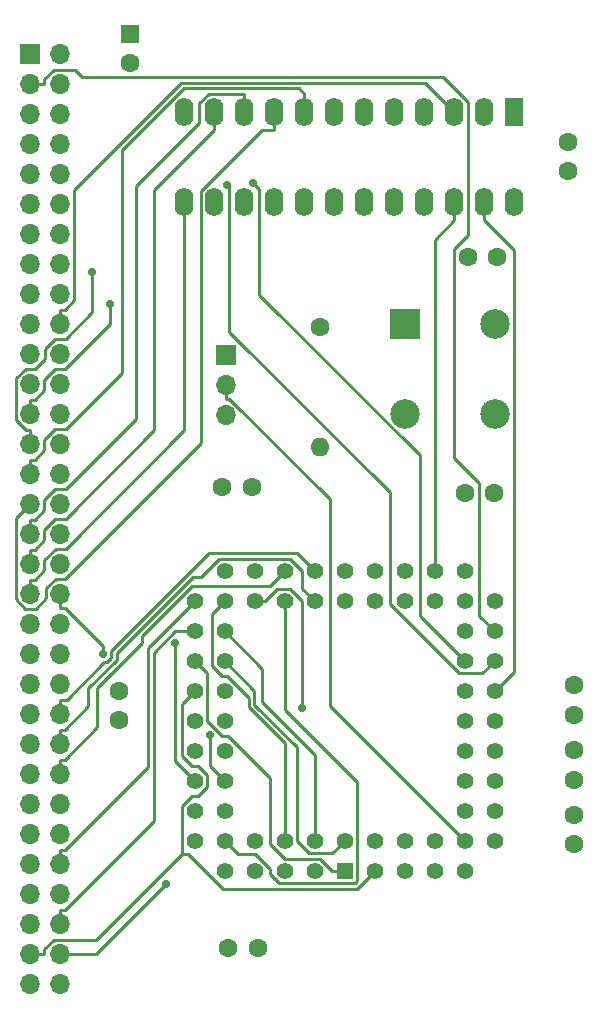
<source format=gtl>
G04 #@! TF.GenerationSoftware,KiCad,Pcbnew,8.0.0*
G04 #@! TF.CreationDate,2024-03-01T09:31:10-05:00*
G04 #@! TF.ProjectId,Rosco-CoPro,526f7363-6f2d-4436-9f50-726f2e6b6963,rev?*
G04 #@! TF.SameCoordinates,Original*
G04 #@! TF.FileFunction,Copper,L1,Top*
G04 #@! TF.FilePolarity,Positive*
%FSLAX46Y46*%
G04 Gerber Fmt 4.6, Leading zero omitted, Abs format (unit mm)*
G04 Created by KiCad (PCBNEW 8.0.0) date 2024-03-01 09:31:10*
%MOMM*%
%LPD*%
G01*
G04 APERTURE LIST*
G04 #@! TA.AperFunction,ComponentPad*
%ADD10C,1.600000*%
G04 #@! TD*
G04 #@! TA.AperFunction,ComponentPad*
%ADD11R,1.700000X1.700000*%
G04 #@! TD*
G04 #@! TA.AperFunction,ComponentPad*
%ADD12O,1.700000X1.700000*%
G04 #@! TD*
G04 #@! TA.AperFunction,ComponentPad*
%ADD13O,1.600000X1.600000*%
G04 #@! TD*
G04 #@! TA.AperFunction,ComponentPad*
%ADD14R,1.600000X2.400000*%
G04 #@! TD*
G04 #@! TA.AperFunction,ComponentPad*
%ADD15O,1.600000X2.400000*%
G04 #@! TD*
G04 #@! TA.AperFunction,ComponentPad*
%ADD16R,1.422400X1.422400*%
G04 #@! TD*
G04 #@! TA.AperFunction,ComponentPad*
%ADD17C,1.422400*%
G04 #@! TD*
G04 #@! TA.AperFunction,ComponentPad*
%ADD18R,1.600000X1.600000*%
G04 #@! TD*
G04 #@! TA.AperFunction,ComponentPad*
%ADD19R,2.500000X2.500000*%
G04 #@! TD*
G04 #@! TA.AperFunction,ComponentPad*
%ADD20C,2.500000*%
G04 #@! TD*
G04 #@! TA.AperFunction,ViaPad*
%ADD21C,0.700000*%
G04 #@! TD*
G04 #@! TA.AperFunction,Conductor*
%ADD22C,0.250000*%
G04 #@! TD*
G04 APERTURE END LIST*
D10*
X54750000Y-97000000D03*
X57250000Y-97000000D03*
D11*
X55020000Y-85783300D03*
D12*
X55020000Y-88323300D03*
X55020000Y-90863300D03*
D10*
X63000000Y-83420000D03*
D13*
X63000000Y-93580000D03*
D10*
X84500000Y-119250000D03*
X84500000Y-121750000D03*
X55250000Y-136000000D03*
X57750000Y-136000000D03*
X75250000Y-97500000D03*
X77750000Y-97500000D03*
X46000000Y-116750000D03*
X46000000Y-114250000D03*
D14*
X79480000Y-65220000D03*
D15*
X76940000Y-65220000D03*
X74400000Y-65220000D03*
X71860000Y-65220000D03*
X69320000Y-65220000D03*
X66780000Y-65220000D03*
X64240000Y-65220000D03*
X61700000Y-65220000D03*
X59160000Y-65220000D03*
X56620000Y-65220000D03*
X54080000Y-65220000D03*
X51540000Y-65220000D03*
X51540000Y-72840000D03*
X54080000Y-72840000D03*
X56620000Y-72840000D03*
X59160000Y-72840000D03*
X61700000Y-72840000D03*
X64240000Y-72840000D03*
X66780000Y-72840000D03*
X69320000Y-72840000D03*
X71860000Y-72840000D03*
X74400000Y-72840000D03*
X76940000Y-72840000D03*
X79480000Y-72840000D03*
D10*
X84500000Y-116250000D03*
X84500000Y-113750000D03*
D16*
X65100000Y-129500000D03*
D17*
X65100000Y-126960000D03*
X67640000Y-129500000D03*
X67640000Y-126960000D03*
X70180000Y-129500000D03*
X70180000Y-126960000D03*
X72720000Y-129500000D03*
X72720000Y-126960000D03*
X75260000Y-129500000D03*
X77800000Y-126960000D03*
X75260000Y-126960000D03*
X77800000Y-124420000D03*
X75260000Y-124420000D03*
X77800000Y-121880000D03*
X75260000Y-121880000D03*
X77800000Y-119340000D03*
X75260000Y-119340000D03*
X77800000Y-116800000D03*
X75260000Y-116800000D03*
X77800000Y-114260000D03*
X75260000Y-114260000D03*
X77800000Y-111720000D03*
X75260000Y-111720000D03*
X77800000Y-109180000D03*
X75260000Y-109180000D03*
X77800000Y-106640000D03*
X75260000Y-104100000D03*
X75260000Y-106640000D03*
X72720000Y-104100000D03*
X72720000Y-106640000D03*
X70180000Y-104100000D03*
X70180000Y-106640000D03*
X67640000Y-104100000D03*
X67640000Y-106640000D03*
X65100000Y-104100000D03*
X65100000Y-106640000D03*
X62560000Y-104100000D03*
X62560000Y-106640000D03*
X60020000Y-104100000D03*
X60020000Y-106640000D03*
X57480000Y-104100000D03*
X57480000Y-106640000D03*
X54940000Y-104100000D03*
X52400000Y-106640000D03*
X54940000Y-106640000D03*
X52400000Y-109180000D03*
X54940000Y-109180000D03*
X52400000Y-111720000D03*
X54940000Y-111720000D03*
X52400000Y-114260000D03*
X54940000Y-114260000D03*
X52400000Y-116800000D03*
X54940000Y-116800000D03*
X52400000Y-119340000D03*
X54940000Y-119340000D03*
X52400000Y-121880000D03*
X54940000Y-121880000D03*
X52400000Y-124420000D03*
X54940000Y-124420000D03*
X52400000Y-126960000D03*
X54940000Y-129500000D03*
X54940000Y-126960000D03*
X57480000Y-129500000D03*
X57480000Y-126960000D03*
X60020000Y-129500000D03*
X60020000Y-126960000D03*
X62560000Y-129500000D03*
X62560000Y-126960000D03*
D18*
X46930000Y-58624900D03*
D10*
X46930000Y-61124900D03*
X84500000Y-127250000D03*
X84500000Y-124750000D03*
X78020000Y-77500000D03*
X75520000Y-77500000D03*
D11*
X38500000Y-60300000D03*
D12*
X41040000Y-60300000D03*
X38500000Y-62840000D03*
X41040000Y-62840000D03*
X38500000Y-65380000D03*
X41040000Y-65380000D03*
X38500000Y-67920000D03*
X41040000Y-67920000D03*
X38500000Y-70460000D03*
X41040000Y-70460000D03*
X38500000Y-73000000D03*
X41040000Y-73000000D03*
X38500000Y-75540000D03*
X41040000Y-75540000D03*
X38500000Y-78080000D03*
X41040000Y-78080000D03*
X38500000Y-80620000D03*
X41040000Y-80620000D03*
X38500000Y-83160000D03*
X41040000Y-83160000D03*
X38500000Y-85700000D03*
X41040000Y-85700000D03*
X38500000Y-88240000D03*
X41040000Y-88240000D03*
X38500000Y-90780000D03*
X41040000Y-90780000D03*
X38500000Y-93320000D03*
X41040000Y-93320000D03*
X38500000Y-95860000D03*
X41040000Y-95860000D03*
X38500000Y-98400000D03*
X41040000Y-98400000D03*
X38500000Y-100940000D03*
X41040000Y-100940000D03*
X38500000Y-103480000D03*
X41040000Y-103480000D03*
X38500000Y-106020000D03*
X41040000Y-106020000D03*
X38500000Y-108560000D03*
X41040000Y-108560000D03*
X38500000Y-111100000D03*
X41040000Y-111100000D03*
X38500000Y-113640000D03*
X41040000Y-113640000D03*
X38500000Y-116180000D03*
X41040000Y-116180000D03*
X38500000Y-118720000D03*
X41040000Y-118720000D03*
X38500000Y-121260000D03*
X41040000Y-121260000D03*
X38500000Y-123800000D03*
X41040000Y-123800000D03*
X38500000Y-126340000D03*
X41040000Y-126340000D03*
X38500000Y-128880000D03*
X41040000Y-128880000D03*
X38500000Y-131420000D03*
X41040000Y-131420000D03*
X38500000Y-133960000D03*
X41040000Y-133960000D03*
X38500000Y-136500000D03*
X41040000Y-136500000D03*
X38500000Y-139040000D03*
X41040000Y-139040000D03*
D10*
X84000000Y-70250000D03*
X84000000Y-67750000D03*
D19*
X70210000Y-83190000D03*
D20*
X70210000Y-90810000D03*
X77830000Y-90810000D03*
X77830000Y-83190000D03*
D21*
X45261700Y-81483100D03*
X55179800Y-71454400D03*
X57362200Y-71234300D03*
X61514400Y-115691300D03*
X43741200Y-78749400D03*
X53670000Y-117996400D03*
X50714500Y-110208100D03*
X44664400Y-111153800D03*
X49947600Y-130580000D03*
D22*
X38500000Y-106020000D02*
X38500000Y-104843300D01*
X38867800Y-104843300D02*
X39676700Y-104034400D01*
X38500000Y-104843300D02*
X38867800Y-104843300D01*
X51540000Y-92189700D02*
X51540000Y-72840000D01*
X39676700Y-104034400D02*
X39676700Y-103158900D01*
X39676700Y-103158900D02*
X40625600Y-102210000D01*
X41519700Y-102210000D02*
X51540000Y-92189700D01*
X40625600Y-102210000D02*
X41519700Y-102210000D01*
X52810000Y-64476300D02*
X53593000Y-63693300D01*
X38500000Y-99763300D02*
X38867800Y-99763300D01*
X39676700Y-98062500D02*
X40609200Y-97130000D01*
X47454900Y-91187700D02*
X47454900Y-71505100D01*
X40609200Y-97130000D02*
X41512600Y-97130000D01*
X38500000Y-100940000D02*
X38500000Y-99763300D01*
X39676700Y-98954400D02*
X39676700Y-98062500D01*
X38867800Y-99763300D02*
X39676700Y-98954400D01*
X56620000Y-65220000D02*
X56620000Y-63693300D01*
X41512600Y-97130000D02*
X47454900Y-91187700D01*
X47454900Y-71505100D02*
X52810000Y-66150000D01*
X53593000Y-63693300D02*
X56620000Y-63693300D01*
X52810000Y-66150000D02*
X52810000Y-64476300D01*
X61700000Y-65220000D02*
X61700000Y-63693300D01*
X38500000Y-94683300D02*
X38867800Y-94683300D01*
X46235400Y-87327200D02*
X46235400Y-68461900D01*
X46235400Y-68461900D02*
X51479400Y-63217900D01*
X38867800Y-94683300D02*
X39676700Y-93874400D01*
X39676700Y-93874400D02*
X39676700Y-92982500D01*
X40609200Y-92050000D02*
X41512600Y-92050000D01*
X41512600Y-92050000D02*
X46235400Y-87327200D01*
X51479400Y-63217900D02*
X61224600Y-63217900D01*
X39676700Y-92982500D02*
X40609200Y-92050000D01*
X61224600Y-63217900D02*
X61700000Y-63693300D01*
X38500000Y-95860000D02*
X38500000Y-94683300D01*
X38500000Y-90780000D02*
X38500000Y-89603300D01*
X38867800Y-89603300D02*
X39676700Y-88794400D01*
X41452600Y-86970000D02*
X45261700Y-83160900D01*
X45261700Y-83160900D02*
X45261700Y-81483100D01*
X39676700Y-87902500D02*
X40609200Y-86970000D01*
X39676700Y-88794400D02*
X39676700Y-87902500D01*
X38500000Y-89603300D02*
X38867800Y-89603300D01*
X40609200Y-86970000D02*
X41452600Y-86970000D01*
X55350000Y-83824000D02*
X55350000Y-71624600D01*
X55350000Y-71624600D02*
X55179800Y-71454400D01*
X68908500Y-106848800D02*
X68908500Y-97382500D01*
X74821400Y-112761700D02*
X68908500Y-106848800D01*
X77800000Y-111720000D02*
X76758300Y-112761700D01*
X76758300Y-112761700D02*
X74821400Y-112761700D01*
X68908500Y-97382500D02*
X55350000Y-83824000D01*
X57362200Y-71234300D02*
X57890000Y-71762100D01*
X71450000Y-94279800D02*
X71450000Y-107910000D01*
X57890000Y-80719800D02*
X71450000Y-94279800D01*
X57890000Y-71762100D02*
X57890000Y-80719800D01*
X71450000Y-107910000D02*
X75260000Y-111720000D01*
X75585300Y-75639700D02*
X75585300Y-64395300D01*
X75585300Y-64395300D02*
X73442100Y-62252100D01*
X73442100Y-62252100D02*
X42846400Y-62252100D01*
X38500000Y-62840000D02*
X39676700Y-62840000D01*
X77800000Y-109180000D02*
X76500000Y-107880000D01*
X42846400Y-62252100D02*
X42257600Y-61663300D01*
X74390100Y-94510100D02*
X74390100Y-76834900D01*
X42257600Y-61663300D02*
X40485600Y-61663300D01*
X40485600Y-61663300D02*
X39676700Y-62472200D01*
X39676700Y-62472200D02*
X39676700Y-62840000D01*
X76500000Y-96620000D02*
X74390100Y-94510100D01*
X74390100Y-76834900D02*
X75585300Y-75639700D01*
X76500000Y-107880000D02*
X76500000Y-96620000D01*
X53445800Y-121371300D02*
X52684500Y-120610000D01*
X66131400Y-131008600D02*
X67640000Y-129500000D01*
X54809000Y-131008600D02*
X66131400Y-131008600D01*
X51360300Y-128019000D02*
X51360300Y-123971700D01*
X51360300Y-123971700D02*
X52182000Y-123150000D01*
X51360300Y-128019000D02*
X51819400Y-128019000D01*
X40485600Y-135323300D02*
X39676700Y-136132200D01*
X51320200Y-119769900D02*
X51320200Y-115339800D01*
X52182000Y-123150000D02*
X52652400Y-123150000D01*
X52684500Y-120610000D02*
X52160300Y-120610000D01*
X44056000Y-135323300D02*
X40485600Y-135323300D01*
X52652400Y-123150000D02*
X53445800Y-122356600D01*
X38500000Y-136500000D02*
X39676700Y-136500000D01*
X51320200Y-115339800D02*
X52400000Y-114260000D01*
X51819400Y-128019000D02*
X54809000Y-131008600D01*
X51360300Y-128019000D02*
X44056000Y-135323300D01*
X52160300Y-120610000D02*
X51320200Y-119769900D01*
X53445800Y-122356600D02*
X53445800Y-121371300D01*
X39676700Y-136132200D02*
X39676700Y-136500000D01*
X54940000Y-111720000D02*
X57435700Y-114215700D01*
X57435700Y-114215700D02*
X57435700Y-115411500D01*
X64055900Y-128004100D02*
X65100000Y-126960000D01*
X61057900Y-119033700D02*
X61057900Y-126949700D01*
X57435700Y-115411500D02*
X61057900Y-119033700D01*
X61057900Y-126949700D02*
X62112300Y-128004100D01*
X62112300Y-128004100D02*
X64055900Y-128004100D01*
X53868000Y-107712000D02*
X53868000Y-112132100D01*
X54940000Y-106640000D02*
X53868000Y-107712000D01*
X53868000Y-112132100D02*
X54725900Y-112990000D01*
X56984000Y-114829000D02*
X56984000Y-115598700D01*
X54725900Y-112990000D02*
X55145000Y-112990000D01*
X60020000Y-118634700D02*
X60020000Y-126960000D01*
X56984000Y-115598700D02*
X60020000Y-118634700D01*
X55145000Y-112990000D02*
X56984000Y-114829000D01*
X48414100Y-110625900D02*
X48414100Y-120696900D01*
X52400000Y-106640000D02*
X48414100Y-110625900D01*
X41040000Y-128880000D02*
X41040000Y-127703300D01*
X41407700Y-127703300D02*
X41040000Y-127703300D01*
X48414100Y-120696900D02*
X41407700Y-127703300D01*
X58335400Y-106640000D02*
X57480000Y-106640000D01*
X61514400Y-106660300D02*
X60433700Y-105579600D01*
X60433700Y-105579600D02*
X59395800Y-105579600D01*
X59395800Y-105579600D02*
X58335400Y-106640000D01*
X61514400Y-115691300D02*
X61514400Y-106660300D01*
X43741200Y-82155700D02*
X43741200Y-78749400D01*
X39770000Y-86108900D02*
X39770000Y-85269200D01*
X37297200Y-91308200D02*
X37297200Y-87755200D01*
X38500000Y-93320000D02*
X38500000Y-92143300D01*
X38082200Y-86970200D02*
X38908700Y-86970200D01*
X38500000Y-92143300D02*
X38132300Y-92143300D01*
X37297200Y-87755200D02*
X38082200Y-86970200D01*
X41466900Y-84430000D02*
X43741200Y-82155700D01*
X40609200Y-84430000D02*
X41466900Y-84430000D01*
X38132300Y-92143300D02*
X37297200Y-91308200D01*
X38908700Y-86970200D02*
X39770000Y-86108900D01*
X39770000Y-85269200D02*
X40609200Y-84430000D01*
X38867800Y-102303300D02*
X39676700Y-101494400D01*
X38500000Y-103480000D02*
X38500000Y-102303300D01*
X48992800Y-71833900D02*
X54080000Y-66746700D01*
X54080000Y-65220000D02*
X54080000Y-66746700D01*
X48992800Y-92189800D02*
X48992800Y-71833900D01*
X38500000Y-102303300D02*
X38867800Y-102303300D01*
X41512600Y-99670000D02*
X48992800Y-92189800D01*
X39676700Y-100602500D02*
X40609200Y-99670000D01*
X40609200Y-99670000D02*
X41512600Y-99670000D01*
X39676700Y-101494400D02*
X39676700Y-100602500D01*
X38500000Y-98400000D02*
X37251000Y-99649000D01*
X38032200Y-107290000D02*
X38930800Y-107290000D01*
X58110400Y-66746700D02*
X59160000Y-66746700D01*
X39802900Y-106417900D02*
X39802900Y-105572700D01*
X38930800Y-107290000D02*
X39802900Y-106417900D01*
X52917500Y-71939600D02*
X58110400Y-66746700D01*
X37251000Y-99649000D02*
X37251000Y-106508800D01*
X59160000Y-65220000D02*
X59160000Y-66746700D01*
X37251000Y-106508800D02*
X38032200Y-107290000D01*
X39802900Y-105572700D02*
X40625600Y-104750000D01*
X40625600Y-104750000D02*
X41447700Y-104750000D01*
X52917500Y-93280200D02*
X52917500Y-71939600D01*
X41447700Y-104750000D02*
X52917500Y-93280200D01*
X60020000Y-115854500D02*
X60020000Y-106640000D01*
X65946600Y-130537900D02*
X66158300Y-130326200D01*
X54940000Y-126960000D02*
X56050700Y-128070700D01*
X58750000Y-129758000D02*
X59529900Y-130537900D01*
X58750000Y-129291000D02*
X58750000Y-129758000D01*
X56050700Y-128070700D02*
X57529700Y-128070700D01*
X66158300Y-130326200D02*
X66158300Y-121992800D01*
X57529700Y-128070700D02*
X58750000Y-129291000D01*
X66158300Y-121992800D02*
X60020000Y-115854500D01*
X59529900Y-130537900D02*
X65946600Y-130537900D01*
X44145600Y-117321800D02*
X41384100Y-120083300D01*
X52161300Y-105370000D02*
X47962400Y-109568900D01*
X58750000Y-105370000D02*
X52161300Y-105370000D01*
X41040000Y-121260000D02*
X41040000Y-120083300D01*
X44145600Y-114024500D02*
X44145600Y-117321800D01*
X60020000Y-104100000D02*
X58750000Y-105370000D01*
X47962400Y-110207700D02*
X44145600Y-114024500D01*
X41384100Y-120083300D02*
X41040000Y-120083300D01*
X47962400Y-109568900D02*
X47962400Y-110207700D01*
X41040000Y-117543300D02*
X41407800Y-117543300D01*
X61512900Y-104107100D02*
X61512900Y-105592900D01*
X52251100Y-104601300D02*
X52930400Y-104601300D01*
X43391400Y-115559700D02*
X43391400Y-114022600D01*
X60460500Y-103054700D02*
X61512900Y-104107100D01*
X45792800Y-111059600D02*
X52251100Y-104601300D01*
X41040000Y-118720000D02*
X41040000Y-117543300D01*
X54477000Y-103054700D02*
X60460500Y-103054700D01*
X52930400Y-104601300D02*
X54477000Y-103054700D01*
X41407800Y-117543300D02*
X43391400Y-115559700D01*
X43391400Y-114022600D02*
X45792800Y-111621200D01*
X45792800Y-111621200D02*
X45792800Y-111059600D01*
X61512900Y-105592900D02*
X62560000Y-106640000D01*
X53610600Y-102603000D02*
X61063000Y-102603000D01*
X45341100Y-110872500D02*
X53610600Y-102603000D01*
X44944700Y-111830500D02*
X45341100Y-111434100D01*
X41577900Y-115003300D02*
X44750700Y-111830500D01*
X41040000Y-115003300D02*
X41577900Y-115003300D01*
X61063000Y-102603000D02*
X62560000Y-104100000D01*
X41040000Y-116180000D02*
X41040000Y-115003300D01*
X45341100Y-111434100D02*
X45341100Y-110872500D01*
X44750700Y-111830500D02*
X44944700Y-111830500D01*
X54940000Y-121880000D02*
X53670000Y-120610000D01*
X53670000Y-120610000D02*
X53670000Y-117996400D01*
X50714500Y-110208100D02*
X50714500Y-120194500D01*
X50714500Y-120194500D02*
X52400000Y-121880000D01*
X44664400Y-110453400D02*
X44664400Y-111153800D01*
X41040000Y-107196700D02*
X41407700Y-107196700D01*
X41040000Y-106020000D02*
X41040000Y-107196700D01*
X41407700Y-107196700D02*
X44664400Y-110453400D01*
X55020000Y-89500000D02*
X55326400Y-89500000D01*
X63830000Y-115530000D02*
X75260000Y-126960000D01*
X55326400Y-89500000D02*
X63830000Y-98003600D01*
X63830000Y-98003600D02*
X63830000Y-115530000D01*
X55020000Y-88323300D02*
X55020000Y-89500000D01*
X79453500Y-112606500D02*
X79453500Y-76880200D01*
X76940000Y-72840000D02*
X76940000Y-74366700D01*
X79453500Y-76880200D02*
X76940000Y-74366700D01*
X77800000Y-114260000D02*
X79453500Y-112606500D01*
X72720000Y-104100000D02*
X72720000Y-76046700D01*
X72720000Y-76046700D02*
X74400000Y-74366700D01*
X74400000Y-72840000D02*
X74400000Y-74366700D01*
X71944700Y-62764700D02*
X74400000Y-65220000D01*
X42216700Y-81174400D02*
X42216700Y-71815700D01*
X42216700Y-71815700D02*
X51267700Y-62764700D01*
X41407800Y-81983300D02*
X42216700Y-81174400D01*
X51267700Y-62764700D02*
X71944700Y-62764700D01*
X41040000Y-81983300D02*
X41407800Y-81983300D01*
X41040000Y-83160000D02*
X41040000Y-81983300D01*
X41040000Y-136500000D02*
X44027600Y-136500000D01*
X62560000Y-119672100D02*
X58112500Y-115224600D01*
X62560000Y-126960000D02*
X62560000Y-119672100D01*
X44027600Y-136500000D02*
X49947600Y-130580000D01*
X58112500Y-112352500D02*
X54940000Y-109180000D01*
X58112500Y-115224600D02*
X58112500Y-112352500D01*
X48917500Y-125273500D02*
X48917500Y-111036800D01*
X48917500Y-111036800D02*
X50774300Y-109180000D01*
X41040000Y-132783300D02*
X41407700Y-132783300D01*
X41040000Y-133960000D02*
X41040000Y-132783300D01*
X41407700Y-132783300D02*
X48917500Y-125273500D01*
X50774300Y-109180000D02*
X52400000Y-109180000D01*
X60043100Y-128462100D02*
X63024200Y-128462100D01*
X54703500Y-118058400D02*
X55183400Y-118058400D01*
X52400000Y-111720000D02*
X53447700Y-112767700D01*
X58750000Y-121625000D02*
X58750000Y-127169000D01*
X58750000Y-127169000D02*
X60043100Y-128462100D01*
X65100000Y-129500000D02*
X64062100Y-129500000D01*
X53447700Y-112767700D02*
X53447700Y-116802600D01*
X53447700Y-116802600D02*
X54703500Y-118058400D01*
X63024200Y-128462100D02*
X64062100Y-129500000D01*
X55183400Y-118058400D02*
X58750000Y-121625000D01*
M02*

</source>
